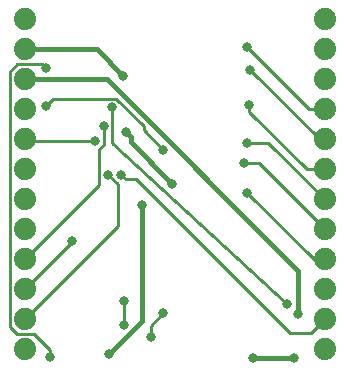
<source format=gbr>
G04 #@! TF.GenerationSoftware,KiCad,Pcbnew,(5.0.2)-1*
G04 #@! TF.CreationDate,2019-10-09T02:29:05+02:00*
G04 #@! TF.ProjectId,esp32-lifepo4,65737033-322d-46c6-9966-65706f342e6b,rev?*
G04 #@! TF.SameCoordinates,Original*
G04 #@! TF.FileFunction,Copper,L2,Bot*
G04 #@! TF.FilePolarity,Positive*
%FSLAX46Y46*%
G04 Gerber Fmt 4.6, Leading zero omitted, Abs format (unit mm)*
G04 Created by KiCad (PCBNEW (5.0.2)-1) date 09/10/2019 02:29:05*
%MOMM*%
%LPD*%
G01*
G04 APERTURE LIST*
G04 #@! TA.AperFunction,ComponentPad*
%ADD10C,1.879600*%
G04 #@! TD*
G04 #@! TA.AperFunction,ViaPad*
%ADD11C,0.800000*%
G04 #@! TD*
G04 #@! TA.AperFunction,Conductor*
%ADD12C,0.250000*%
G04 #@! TD*
G04 #@! TA.AperFunction,Conductor*
%ADD13C,0.400000*%
G04 #@! TD*
G04 APERTURE END LIST*
D10*
G04 #@! TO.P,J1,1*
G04 #@! TO.N,3V3*
X144780000Y-71120000D03*
G04 #@! TO.P,J1,2*
G04 #@! TO.N,VIN*
X144780000Y-73660000D03*
G04 #@! TO.P,J1,3*
G04 #@! TO.N,BAT+*
X144780000Y-76200000D03*
G04 #@! TO.P,J1,4*
G04 #@! TO.N,GND*
X144780000Y-78740000D03*
G04 #@! TO.P,J1,5*
G04 #@! TO.N,BOOT*
X144780000Y-81280000D03*
G04 #@! TO.P,J1,6*
G04 #@! TO.N,IO32*
X144780000Y-83820000D03*
G04 #@! TO.P,J1,7*
G04 #@! TO.N,IO33*
X144780000Y-86360000D03*
G04 #@! TO.P,J1,8*
G04 #@! TO.N,IO34*
X144780000Y-88900000D03*
G04 #@! TO.P,J1,9*
G04 #@! TO.N,IO35*
X144780000Y-91440000D03*
G04 #@! TO.P,J1,10*
G04 #@! TO.N,IO25*
X144780000Y-93980000D03*
G04 #@! TO.P,J1,11*
G04 #@! TO.N,IO26*
X144780000Y-96520000D03*
G04 #@! TO.P,J1,12*
G04 #@! TO.N,IO27*
X144780000Y-99060000D03*
G04 #@! TD*
G04 #@! TO.P,J2,12*
G04 #@! TO.N,GND*
X170180000Y-71120000D03*
G04 #@! TO.P,J2,11*
G04 #@! TO.N,TX0*
X170180000Y-73660000D03*
G04 #@! TO.P,J2,10*
G04 #@! TO.N,RX0*
X170180000Y-76200000D03*
G04 #@! TO.P,J2,9*
G04 #@! TO.N,IO23*
X170180000Y-78740000D03*
G04 #@! TO.P,J2,8*
G04 #@! TO.N,IO22*
X170180000Y-81280000D03*
G04 #@! TO.P,J2,7*
G04 #@! TO.N,IO21*
X170180000Y-83820000D03*
G04 #@! TO.P,J2,6*
G04 #@! TO.N,IO19*
X170180000Y-86360000D03*
G04 #@! TO.P,J2,5*
G04 #@! TO.N,IO18*
X170180000Y-88900000D03*
G04 #@! TO.P,J2,4*
G04 #@! TO.N,IO17*
X170180000Y-91440000D03*
G04 #@! TO.P,J2,3*
G04 #@! TO.N,IO16*
X170180000Y-93980000D03*
G04 #@! TO.P,J2,2*
G04 #@! TO.N,IO14*
X170180000Y-96520000D03*
G04 #@! TO.P,J2,1*
G04 #@! TO.N,GND*
X170180000Y-99060000D03*
G04 #@! TD*
D11*
G04 #@! TO.N,GND*
X153162000Y-96964500D03*
X153162000Y-94996000D03*
X146558000Y-78422500D03*
X156527500Y-82146599D03*
G04 #@! TO.N,BAT+*
X167927624Y-96028169D03*
X164147500Y-99822000D03*
X167576500Y-99822000D03*
G04 #@! TO.N,VIN*
X153098500Y-75882500D03*
X153352500Y-80645000D03*
X157289500Y-85090000D03*
X154686000Y-86868000D03*
X151892000Y-99441000D03*
G04 #@! TO.N,Net-(D3-Pad1)*
X155448000Y-98044000D03*
X156527500Y-96012000D03*
G04 #@! TO.N,3V3*
X152209500Y-78549500D03*
X167005000Y-95186500D03*
G04 #@! TO.N,BOOT*
X150749000Y-81407000D03*
G04 #@! TO.N,IO35*
X151484500Y-80137000D03*
G04 #@! TO.N,IO25*
X148780500Y-89916000D03*
G04 #@! TO.N,IO26*
X151828500Y-84264500D03*
G04 #@! TO.N,IO23*
X163576000Y-73469500D03*
G04 #@! TO.N,IO22*
X163893500Y-75374500D03*
G04 #@! TO.N,IO21*
X163766500Y-78359000D03*
G04 #@! TO.N,IO19*
X163639500Y-81597500D03*
G04 #@! TO.N,IO18*
X163385500Y-83312000D03*
G04 #@! TO.N,IO17*
X163639500Y-85788500D03*
G04 #@! TO.N,IO14*
X152945000Y-84264500D03*
G04 #@! TO.N,ISET*
X146939000Y-99695000D03*
X146558000Y-75247500D03*
G04 #@! TD*
D12*
G04 #@! TO.N,GND*
X153162000Y-96964500D02*
X153162000Y-94996000D01*
X152557501Y-77824499D02*
X154876500Y-80143498D01*
X146558000Y-78422500D02*
X147156001Y-77824499D01*
X147156001Y-77824499D02*
X152557501Y-77824499D01*
X154876500Y-80143498D02*
X154876500Y-80495599D01*
X154876500Y-80495599D02*
X156527500Y-82146599D01*
D13*
G04 #@! TO.N,BAT+*
X146109077Y-76200000D02*
X144780000Y-76200000D01*
X151731906Y-76200000D02*
X146109077Y-76200000D01*
X167927624Y-92395718D02*
X151731906Y-76200000D01*
X167927624Y-96028169D02*
X167927624Y-92395718D01*
X164147500Y-99822000D02*
X167576500Y-99822000D01*
G04 #@! TO.N,VIN*
X144780000Y-73660000D02*
X150876000Y-73660000D01*
X150876000Y-73660000D02*
X153098500Y-75882500D01*
X153752499Y-81044999D02*
X153752499Y-81489499D01*
X153352500Y-80645000D02*
X153752499Y-81044999D01*
X153752499Y-81489499D02*
X157289500Y-85026500D01*
X157289500Y-85026500D02*
X157289500Y-85090000D01*
X154686000Y-86868000D02*
X154686000Y-96647000D01*
X154686000Y-96647000D02*
X151892000Y-99441000D01*
D12*
G04 #@! TO.N,Net-(D3-Pad1)*
X155448000Y-98044000D02*
X155448000Y-97091500D01*
X155448000Y-97091500D02*
X156527500Y-96012000D01*
G04 #@! TO.N,3V3*
X152209500Y-81597500D02*
X152209500Y-78549500D01*
X167005000Y-95186500D02*
X152209500Y-81597500D01*
G04 #@! TO.N,BOOT*
X144907000Y-81407000D02*
X144780000Y-81280000D01*
X150749000Y-81407000D02*
X144907000Y-81407000D01*
G04 #@! TO.N,IO35*
X151484500Y-81744502D02*
X151484500Y-80137000D01*
X151103499Y-82125503D02*
X151484500Y-81744502D01*
X144780000Y-91440000D02*
X151103499Y-85116501D01*
X151103499Y-85116501D02*
X151103499Y-82125503D01*
G04 #@! TO.N,IO25*
X144780000Y-93980000D02*
X148780500Y-89979500D01*
X148780500Y-89979500D02*
X148780500Y-89916000D01*
G04 #@! TO.N,IO26*
X152654000Y-85090000D02*
X151828500Y-84264500D01*
X144780000Y-96520000D02*
X152654000Y-88646000D01*
X152654000Y-88646000D02*
X152654000Y-85090000D01*
G04 #@! TO.N,IO23*
X168846500Y-78740000D02*
X170180000Y-78740000D01*
X163576000Y-73469500D02*
X168846500Y-78740000D01*
G04 #@! TO.N,IO22*
X169799000Y-81280000D02*
X170180000Y-81280000D01*
X163893500Y-75374500D02*
X169799000Y-81280000D01*
G04 #@! TO.N,IO21*
X168850923Y-83820000D02*
X170180000Y-83820000D01*
X168661815Y-83820000D02*
X168850923Y-83820000D01*
X163766500Y-78924685D02*
X168661815Y-83820000D01*
X163766500Y-78359000D02*
X163766500Y-78924685D01*
G04 #@! TO.N,IO19*
X165417500Y-81597500D02*
X170180000Y-86360000D01*
X163639500Y-81597500D02*
X165417500Y-81597500D01*
G04 #@! TO.N,IO18*
X164592000Y-83312000D02*
X170180000Y-88900000D01*
X163385500Y-83312000D02*
X164592000Y-83312000D01*
G04 #@! TO.N,IO17*
X169291000Y-91440000D02*
X170180000Y-91440000D01*
X163639500Y-85788500D02*
X169291000Y-91440000D01*
G04 #@! TO.N,IO14*
X169240201Y-97459799D02*
X170180000Y-96520000D01*
X169010499Y-97689501D02*
X169240201Y-97459799D01*
X167228499Y-97689501D02*
X169010499Y-97689501D01*
X154203497Y-84664499D02*
X167228499Y-97689501D01*
X153344999Y-84664499D02*
X154203497Y-84664499D01*
X152945000Y-84264500D02*
X153344999Y-84664499D01*
G04 #@! TO.N,ISET*
X146245699Y-74935199D02*
X146558000Y-75247500D01*
X144172895Y-74935199D02*
X146245699Y-74935199D01*
X146939000Y-99129315D02*
X145594486Y-97784801D01*
X146939000Y-99695000D02*
X146939000Y-99129315D01*
X145594486Y-97784801D02*
X144172895Y-97784801D01*
X144172895Y-97784801D02*
X143515199Y-97127105D01*
X143515199Y-97127105D02*
X143515199Y-75592895D01*
X143515199Y-75592895D02*
X144172895Y-74935199D01*
G04 #@! TD*
M02*

</source>
